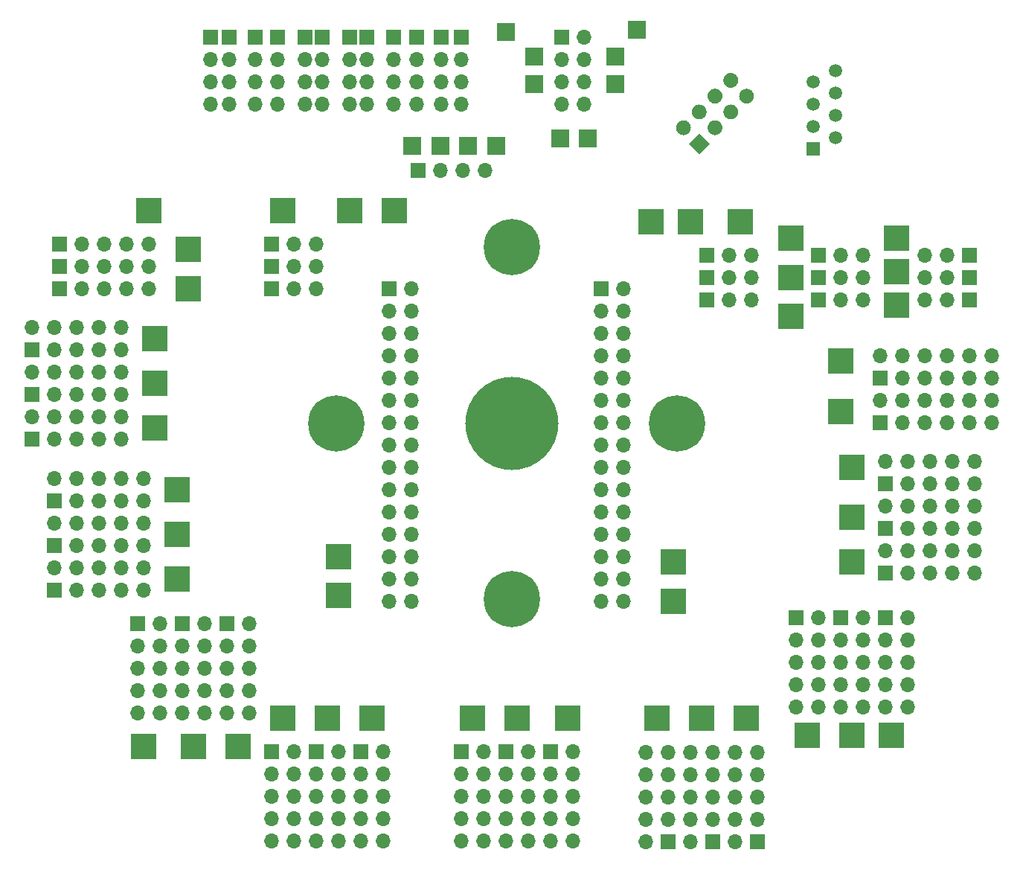
<source format=gbr>
%TF.GenerationSoftware,KiCad,Pcbnew,(5.1.9)-1*%
%TF.CreationDate,2021-04-12T23:14:19+02:00*%
%TF.ProjectId,Version1Male,56657273-696f-46e3-914d-616c652e6b69,rev?*%
%TF.SameCoordinates,Original*%
%TF.FileFunction,Soldermask,Bot*%
%TF.FilePolarity,Negative*%
%FSLAX46Y46*%
G04 Gerber Fmt 4.6, Leading zero omitted, Abs format (unit mm)*
G04 Created by KiCad (PCBNEW (5.1.9)-1) date 2021-04-12 23:14:19*
%MOMM*%
%LPD*%
G01*
G04 APERTURE LIST*
%ADD10R,3.000000X3.000000*%
%ADD11R,2.000000X2.000000*%
%ADD12O,1.700000X1.700000*%
%ADD13R,1.700000X1.700000*%
%ADD14C,6.400000*%
%ADD15C,1.500000*%
%ADD16R,1.500000X1.500000*%
%ADD17C,10.600000*%
%ADD18C,0.100000*%
G04 APERTURE END LIST*
D10*
%TO.C,TP43*%
X183515000Y-78105000D03*
%TD*%
%TO.C,TP42*%
X183515000Y-74295000D03*
%TD*%
%TO.C,TP41*%
X183515000Y-70485000D03*
%TD*%
%TO.C,TP40*%
X177165000Y-90170000D03*
%TD*%
%TO.C,TP39*%
X177165000Y-84455000D03*
%TD*%
%TO.C,TP38*%
X120015000Y-106680000D03*
%TD*%
%TO.C,TP38*%
X120015000Y-111125000D03*
%TD*%
%TO.C,TP37*%
X158115000Y-107315000D03*
%TD*%
%TO.C,TP37*%
X158115000Y-111760000D03*
%TD*%
%TO.C,TP36*%
X171450000Y-70485000D03*
%TD*%
%TO.C,TP35*%
X171450000Y-74930000D03*
%TD*%
%TO.C,TP34*%
X171450000Y-79375000D03*
%TD*%
%TO.C,TP33*%
X113665000Y-67310000D03*
%TD*%
%TO.C,TP32*%
X121285000Y-67310000D03*
%TD*%
%TO.C,TP31*%
X126365000Y-67310000D03*
%TD*%
%TO.C,TP30*%
X165735000Y-68580000D03*
%TD*%
%TO.C,TP29*%
X160020000Y-68580000D03*
%TD*%
%TO.C,TP28*%
X155575000Y-68580000D03*
%TD*%
%TO.C,TP27*%
X98425000Y-67310000D03*
%TD*%
%TO.C,TP26*%
X102870000Y-71755000D03*
%TD*%
%TO.C,TP25*%
X102870000Y-76200000D03*
%TD*%
%TO.C,TP24*%
X99060000Y-81915000D03*
%TD*%
%TO.C,TP23*%
X99060000Y-86995000D03*
%TD*%
%TO.C,TP22*%
X99060000Y-92075000D03*
%TD*%
%TO.C,TP21*%
X101600000Y-99060000D03*
%TD*%
%TO.C,TP20*%
X101600000Y-104140000D03*
%TD*%
%TO.C,TP19*%
X101600000Y-109220000D03*
%TD*%
%TO.C,TP18*%
X108585000Y-128270000D03*
%TD*%
%TO.C,TP17*%
X103505000Y-128270000D03*
%TD*%
%TO.C,TP16*%
X97790000Y-128270000D03*
%TD*%
%TO.C,TP15*%
X178435000Y-96520000D03*
%TD*%
%TO.C,TP14*%
X178435000Y-102235000D03*
%TD*%
%TO.C,TP13*%
X178435000Y-107315000D03*
%TD*%
%TO.C,TP12*%
X182880000Y-127000000D03*
%TD*%
%TO.C,TP11*%
X178435000Y-127000000D03*
%TD*%
%TO.C,TP10*%
X173355000Y-127000000D03*
%TD*%
%TO.C,TP9*%
X166370000Y-125095000D03*
%TD*%
%TO.C,TP8*%
X161290000Y-125095000D03*
%TD*%
%TO.C,TP7*%
X156210000Y-125095000D03*
%TD*%
%TO.C,TP6*%
X146050000Y-125095000D03*
%TD*%
%TO.C,TP5*%
X140335000Y-125095000D03*
%TD*%
%TO.C,TP4*%
X135255000Y-125095000D03*
%TD*%
%TO.C,TP3*%
X123825000Y-125095000D03*
%TD*%
%TO.C,TP2*%
X118745000Y-125095000D03*
%TD*%
%TO.C,TP1*%
X113665000Y-125095000D03*
%TD*%
D11*
%TO.C,TP44*%
X128397000Y-59944000D03*
%TD*%
D12*
%TO.C,J8*%
X105410000Y-55245000D03*
X105410000Y-52705000D03*
X105410000Y-50165000D03*
D13*
X105410000Y-47625000D03*
%TD*%
D12*
%TO.C,J13*%
X121285000Y-55245000D03*
X121285000Y-52705000D03*
X121285000Y-50165000D03*
D13*
X121285000Y-47625000D03*
%TD*%
D12*
%TO.C,J11*%
X116205000Y-55245000D03*
X116205000Y-52705000D03*
X116205000Y-50165000D03*
D13*
X116205000Y-47625000D03*
%TD*%
D12*
%TO.C,J10*%
X110490000Y-55245000D03*
X110490000Y-52705000D03*
X110490000Y-50165000D03*
D13*
X110490000Y-47625000D03*
%TD*%
D14*
%TO.C,REF\u002A\u002A*%
X139750000Y-71500000D03*
%TD*%
%TO.C,REF\u002A\u002A*%
X119750000Y-91500000D03*
%TD*%
%TO.C,REF\u002A\u002A*%
X139750000Y-111500000D03*
%TD*%
%TO.C,REF\u002A\u002A*%
X158500000Y-91500000D03*
%TD*%
D15*
%TO.C,J49*%
X176530000Y-53975000D03*
X176530000Y-51435000D03*
X176530000Y-59055000D03*
D16*
X173990000Y-60325000D03*
D15*
X173990000Y-52705000D03*
X176530000Y-56515000D03*
X173990000Y-55245000D03*
X173990000Y-57785000D03*
%TD*%
D17*
%TO.C,REF\u002A\u002A*%
X139750000Y-91500000D03*
%TD*%
D11*
%TO.C,TP55*%
X153924000Y-46736000D03*
%TD*%
%TO.C,TP54*%
X148377243Y-59070483D03*
%TD*%
%TO.C,TP53*%
X145202243Y-59070483D03*
%TD*%
%TO.C,TP52*%
X151511000Y-49784000D03*
%TD*%
%TO.C,TP51*%
X151511000Y-52959000D03*
%TD*%
%TO.C,TP50*%
X142240000Y-52959000D03*
%TD*%
%TO.C,TP49*%
X142240000Y-49784000D03*
%TD*%
%TO.C,TP48*%
X139065000Y-46990000D03*
%TD*%
%TO.C,TP47*%
X137922000Y-59944000D03*
%TD*%
%TO.C,TP46*%
X134747000Y-59944000D03*
%TD*%
%TO.C,TP45*%
X131572000Y-59944000D03*
%TD*%
D12*
%TO.C,J59*%
X147955000Y-55245000D03*
X145415000Y-55245000D03*
X147955000Y-52705000D03*
X145415000Y-52705000D03*
X147955000Y-50165000D03*
X145415000Y-50165000D03*
X147955000Y-47625000D03*
D13*
X145415000Y-47625000D03*
%TD*%
%TO.C,J58*%
G36*
G01*
X165229143Y-53106836D02*
X165229143Y-53106836D01*
G75*
G02*
X164027061Y-53106836I-601041J601041D01*
G01*
X164027061Y-53106836D01*
G75*
G02*
X164027061Y-51904754I601041J601041D01*
G01*
X164027061Y-51904754D01*
G75*
G02*
X165229143Y-51904754I601041J-601041D01*
G01*
X165229143Y-51904754D01*
G75*
G02*
X165229143Y-53106836I-601041J-601041D01*
G01*
G37*
G36*
G01*
X167025195Y-54902887D02*
X167025195Y-54902887D01*
G75*
G02*
X165823113Y-54902887I-601041J601041D01*
G01*
X165823113Y-54902887D01*
G75*
G02*
X165823113Y-53700805I601041J601041D01*
G01*
X165823113Y-53700805D01*
G75*
G02*
X167025195Y-53700805I601041J-601041D01*
G01*
X167025195Y-53700805D01*
G75*
G02*
X167025195Y-54902887I-601041J-601041D01*
G01*
G37*
G36*
G01*
X163433092Y-54902887D02*
X163433092Y-54902887D01*
G75*
G02*
X162231010Y-54902887I-601041J601041D01*
G01*
X162231010Y-54902887D01*
G75*
G02*
X162231010Y-53700805I601041J601041D01*
G01*
X162231010Y-53700805D01*
G75*
G02*
X163433092Y-53700805I601041J-601041D01*
G01*
X163433092Y-53700805D01*
G75*
G02*
X163433092Y-54902887I-601041J-601041D01*
G01*
G37*
G36*
G01*
X165229143Y-56698939D02*
X165229143Y-56698939D01*
G75*
G02*
X164027061Y-56698939I-601041J601041D01*
G01*
X164027061Y-56698939D01*
G75*
G02*
X164027061Y-55496857I601041J601041D01*
G01*
X164027061Y-55496857D01*
G75*
G02*
X165229143Y-55496857I601041J-601041D01*
G01*
X165229143Y-55496857D01*
G75*
G02*
X165229143Y-56698939I-601041J-601041D01*
G01*
G37*
G36*
G01*
X161637041Y-56698939D02*
X161637041Y-56698939D01*
G75*
G02*
X160434959Y-56698939I-601041J601041D01*
G01*
X160434959Y-56698939D01*
G75*
G02*
X160434959Y-55496857I601041J601041D01*
G01*
X160434959Y-55496857D01*
G75*
G02*
X161637041Y-55496857I601041J-601041D01*
G01*
X161637041Y-55496857D01*
G75*
G02*
X161637041Y-56698939I-601041J-601041D01*
G01*
G37*
G36*
G01*
X163433092Y-58494990D02*
X163433092Y-58494990D01*
G75*
G02*
X162231010Y-58494990I-601041J601041D01*
G01*
X162231010Y-58494990D01*
G75*
G02*
X162231010Y-57292908I601041J601041D01*
G01*
X162231010Y-57292908D01*
G75*
G02*
X163433092Y-57292908I601041J-601041D01*
G01*
X163433092Y-57292908D01*
G75*
G02*
X163433092Y-58494990I-601041J-601041D01*
G01*
G37*
G36*
G01*
X159840990Y-58494990D02*
X159840990Y-58494990D01*
G75*
G02*
X158638908Y-58494990I-601041J601041D01*
G01*
X158638908Y-58494990D01*
G75*
G02*
X158638908Y-57292908I601041J601041D01*
G01*
X158638908Y-57292908D01*
G75*
G02*
X159840990Y-57292908I601041J-601041D01*
G01*
X159840990Y-57292908D01*
G75*
G02*
X159840990Y-58494990I-601041J-601041D01*
G01*
G37*
D18*
G36*
X162238082Y-59690000D02*
G01*
X161036000Y-60892082D01*
X159833918Y-59690000D01*
X161036000Y-58487918D01*
X162238082Y-59690000D01*
G37*
%TD*%
D12*
%TO.C,J57*%
X186690000Y-77470000D03*
X189230000Y-77470000D03*
D13*
X191770000Y-77470000D03*
%TD*%
D12*
%TO.C,J56*%
X186690000Y-74930000D03*
X189230000Y-74930000D03*
D13*
X191770000Y-74930000D03*
%TD*%
D12*
%TO.C,J55*%
X165100000Y-128970000D03*
X167640000Y-128970000D03*
X165100000Y-131510000D03*
X167640000Y-131510000D03*
X165100000Y-134050000D03*
X167640000Y-134050000D03*
X165100000Y-136590000D03*
X167640000Y-136590000D03*
X165100000Y-139130000D03*
D13*
X167640000Y-139130000D03*
%TD*%
D12*
%TO.C,J54*%
X120015000Y-139065000D03*
X117475000Y-139065000D03*
X120015000Y-136525000D03*
X117475000Y-136525000D03*
X120015000Y-133985000D03*
X117475000Y-133985000D03*
X120015000Y-131445000D03*
X117475000Y-131445000D03*
X120015000Y-128905000D03*
D13*
X117475000Y-128905000D03*
%TD*%
D12*
%TO.C,J53*%
X114935000Y-139065000D03*
X112395000Y-139065000D03*
X114935000Y-136525000D03*
X112395000Y-136525000D03*
X114935000Y-133985000D03*
X112395000Y-133985000D03*
X114935000Y-131445000D03*
X112395000Y-131445000D03*
X114935000Y-128905000D03*
D13*
X112395000Y-128905000D03*
%TD*%
D12*
%TO.C,J52*%
X95250000Y-80645000D03*
X95250000Y-83185000D03*
X92710000Y-80645000D03*
X92710000Y-83185000D03*
X90170000Y-80645000D03*
X90170000Y-83185000D03*
X87630000Y-80645000D03*
X87630000Y-83185000D03*
X85090000Y-80645000D03*
D13*
X85090000Y-83185000D03*
%TD*%
D12*
%TO.C,J51*%
X95250000Y-85725000D03*
X95250000Y-88265000D03*
X92710000Y-85725000D03*
X92710000Y-88265000D03*
X90170000Y-85725000D03*
X90170000Y-88265000D03*
X87630000Y-85725000D03*
X87630000Y-88265000D03*
X85090000Y-85725000D03*
D13*
X85090000Y-88265000D03*
%TD*%
D12*
%TO.C,J50*%
X95250000Y-90805000D03*
X95250000Y-93345000D03*
X92710000Y-90805000D03*
X92710000Y-93345000D03*
X90170000Y-90805000D03*
X90170000Y-93345000D03*
X87630000Y-90805000D03*
X87630000Y-93345000D03*
X85090000Y-90805000D03*
D13*
X85090000Y-93345000D03*
%TD*%
D12*
%TO.C,J48*%
X97790000Y-97790000D03*
X97790000Y-100330000D03*
X95250000Y-97790000D03*
X95250000Y-100330000D03*
X92710000Y-97790000D03*
X92710000Y-100330000D03*
X90170000Y-97790000D03*
X90170000Y-100330000D03*
X87630000Y-97790000D03*
D13*
X87630000Y-100330000D03*
%TD*%
D12*
%TO.C,J47*%
X97790000Y-102870000D03*
X97790000Y-105410000D03*
X95250000Y-102870000D03*
X95250000Y-105410000D03*
X92710000Y-102870000D03*
X92710000Y-105410000D03*
X90170000Y-102870000D03*
X90170000Y-105410000D03*
X87630000Y-102870000D03*
D13*
X87630000Y-105410000D03*
%TD*%
D12*
%TO.C,J46*%
X97790000Y-107950000D03*
X97790000Y-110490000D03*
X95250000Y-107950000D03*
X95250000Y-110490000D03*
X92710000Y-107950000D03*
X92710000Y-110490000D03*
X90170000Y-107950000D03*
X90170000Y-110490000D03*
X87630000Y-107950000D03*
D13*
X87630000Y-110490000D03*
%TD*%
D12*
%TO.C,J45*%
X98425000Y-71120000D03*
X95885000Y-71120000D03*
X93345000Y-71120000D03*
X90805000Y-71120000D03*
D13*
X88265000Y-71120000D03*
%TD*%
D12*
%TO.C,J44*%
X109855000Y-124460000D03*
X107315000Y-124460000D03*
X109855000Y-121920000D03*
X107315000Y-121920000D03*
X109855000Y-119380000D03*
X107315000Y-119380000D03*
X109855000Y-116840000D03*
X107315000Y-116840000D03*
X109855000Y-114300000D03*
D13*
X107315000Y-114300000D03*
%TD*%
D12*
%TO.C,J43*%
X104775000Y-124460000D03*
X102235000Y-124460000D03*
X104775000Y-121920000D03*
X102235000Y-121920000D03*
X104775000Y-119380000D03*
X102235000Y-119380000D03*
X104775000Y-116840000D03*
X102235000Y-116840000D03*
X104775000Y-114300000D03*
D13*
X102235000Y-114300000D03*
%TD*%
D12*
%TO.C,J42*%
X99695000Y-124460000D03*
X97155000Y-124460000D03*
X99695000Y-121920000D03*
X97155000Y-121920000D03*
X99695000Y-119380000D03*
X97155000Y-119380000D03*
X99695000Y-116840000D03*
X97155000Y-116840000D03*
X99695000Y-114300000D03*
D13*
X97155000Y-114300000D03*
%TD*%
D12*
%TO.C,J41*%
X192405000Y-95885000D03*
X192405000Y-98425000D03*
X189865000Y-95885000D03*
X189865000Y-98425000D03*
X187325000Y-95885000D03*
X187325000Y-98425000D03*
X184785000Y-95885000D03*
X184785000Y-98425000D03*
X182245000Y-95885000D03*
D13*
X182245000Y-98425000D03*
%TD*%
D12*
%TO.C,J40*%
X192405000Y-100965000D03*
X192405000Y-103505000D03*
X189865000Y-100965000D03*
X189865000Y-103505000D03*
X187325000Y-100965000D03*
X187325000Y-103505000D03*
X184785000Y-100965000D03*
X184785000Y-103505000D03*
X182245000Y-100965000D03*
D13*
X182245000Y-103505000D03*
%TD*%
D12*
%TO.C,J39*%
X192405000Y-106045000D03*
X192405000Y-108585000D03*
X189865000Y-106045000D03*
X189865000Y-108585000D03*
X187325000Y-106045000D03*
X187325000Y-108585000D03*
X184785000Y-106045000D03*
X184785000Y-108585000D03*
X182245000Y-106045000D03*
D13*
X182245000Y-108585000D03*
%TD*%
D12*
%TO.C,J38*%
X184785000Y-123825000D03*
X182245000Y-123825000D03*
X184785000Y-121285000D03*
X182245000Y-121285000D03*
X184785000Y-118745000D03*
X182245000Y-118745000D03*
X184785000Y-116205000D03*
X182245000Y-116205000D03*
X184785000Y-113665000D03*
D13*
X182245000Y-113665000D03*
%TD*%
D12*
%TO.C,J37*%
X186690000Y-72390000D03*
X189230000Y-72390000D03*
D13*
X191770000Y-72390000D03*
%TD*%
D12*
%TO.C,J36*%
X179705000Y-72390000D03*
X177165000Y-72390000D03*
D13*
X174625000Y-72390000D03*
%TD*%
D12*
%TO.C,J35*%
X117475000Y-71120000D03*
X114935000Y-71120000D03*
D13*
X112395000Y-71120000D03*
%TD*%
D12*
%TO.C,J34*%
X167005000Y-72390000D03*
X164465000Y-72390000D03*
D13*
X161925000Y-72390000D03*
%TD*%
D12*
%TO.C,J33*%
X98425000Y-73660000D03*
X95885000Y-73660000D03*
X93345000Y-73660000D03*
X90805000Y-73660000D03*
D13*
X88265000Y-73660000D03*
%TD*%
D12*
%TO.C,J32*%
X179705000Y-123825000D03*
X177165000Y-123825000D03*
X179705000Y-121285000D03*
X177165000Y-121285000D03*
X179705000Y-118745000D03*
X177165000Y-118745000D03*
X179705000Y-116205000D03*
X177165000Y-116205000D03*
X179705000Y-113665000D03*
D13*
X177165000Y-113665000D03*
%TD*%
D12*
%TO.C,J31*%
X174625000Y-123825000D03*
X172085000Y-123825000D03*
X174625000Y-121285000D03*
X172085000Y-121285000D03*
X174625000Y-118745000D03*
X172085000Y-118745000D03*
X174625000Y-116205000D03*
X172085000Y-116205000D03*
X174625000Y-113665000D03*
D13*
X172085000Y-113665000D03*
%TD*%
D12*
%TO.C,J30*%
X160020000Y-128970000D03*
X162560000Y-128970000D03*
X160020000Y-131510000D03*
X162560000Y-131510000D03*
X160020000Y-134050000D03*
X162560000Y-134050000D03*
X160020000Y-136590000D03*
X162560000Y-136590000D03*
X160020000Y-139130000D03*
D13*
X162560000Y-139130000D03*
%TD*%
D12*
%TO.C,J29*%
X154940000Y-128970000D03*
X157480000Y-128970000D03*
X154940000Y-131510000D03*
X157480000Y-131510000D03*
X154940000Y-134050000D03*
X157480000Y-134050000D03*
X154940000Y-136590000D03*
X157480000Y-136590000D03*
X154940000Y-139130000D03*
D13*
X157480000Y-139130000D03*
%TD*%
D12*
%TO.C,J28*%
X146685000Y-139065000D03*
X144145000Y-139065000D03*
X146685000Y-136525000D03*
X144145000Y-136525000D03*
X146685000Y-133985000D03*
X144145000Y-133985000D03*
X146685000Y-131445000D03*
X144145000Y-131445000D03*
X146685000Y-128905000D03*
D13*
X144145000Y-128905000D03*
%TD*%
D12*
%TO.C,J27*%
X141605000Y-139065000D03*
X139065000Y-139065000D03*
X141605000Y-136525000D03*
X139065000Y-136525000D03*
X141605000Y-133985000D03*
X139065000Y-133985000D03*
X141605000Y-131445000D03*
X139065000Y-131445000D03*
X141605000Y-128905000D03*
D13*
X139065000Y-128905000D03*
%TD*%
D12*
%TO.C,J26*%
X136525000Y-139065000D03*
X133985000Y-139065000D03*
X136525000Y-136525000D03*
X133985000Y-136525000D03*
X136525000Y-133985000D03*
X133985000Y-133985000D03*
X136525000Y-131445000D03*
X133985000Y-131445000D03*
X136525000Y-128905000D03*
D13*
X133985000Y-128905000D03*
%TD*%
D12*
%TO.C,J25*%
X179705000Y-74930000D03*
X177165000Y-74930000D03*
D13*
X174625000Y-74930000D03*
%TD*%
D12*
%TO.C,J24*%
X117475000Y-73660000D03*
X114935000Y-73660000D03*
D13*
X112395000Y-73660000D03*
%TD*%
D12*
%TO.C,J23*%
X167005000Y-74930000D03*
X164465000Y-74930000D03*
D13*
X161925000Y-74930000D03*
%TD*%
D12*
%TO.C,J22*%
X98425000Y-76200000D03*
X95885000Y-76200000D03*
X93345000Y-76200000D03*
X90805000Y-76200000D03*
D13*
X88265000Y-76200000D03*
%TD*%
D12*
%TO.C,J21*%
X179705000Y-77470000D03*
X177165000Y-77470000D03*
D13*
X174625000Y-77470000D03*
%TD*%
D12*
%TO.C,J20*%
X117475000Y-76200000D03*
X114935000Y-76200000D03*
D13*
X112395000Y-76200000D03*
%TD*%
D12*
%TO.C,J19*%
X167005000Y-77470000D03*
X164465000Y-77470000D03*
D13*
X161925000Y-77470000D03*
%TD*%
D12*
%TO.C,J18*%
X125095000Y-139065000D03*
X122555000Y-139065000D03*
X125095000Y-136525000D03*
X122555000Y-136525000D03*
X125095000Y-133985000D03*
X122555000Y-133985000D03*
X125095000Y-131445000D03*
X122555000Y-131445000D03*
X125095000Y-128905000D03*
D13*
X122555000Y-128905000D03*
%TD*%
D12*
%TO.C,J17*%
X113030000Y-55245000D03*
X113030000Y-52705000D03*
X113030000Y-50165000D03*
D13*
X113030000Y-47625000D03*
%TD*%
D12*
%TO.C,J16*%
X131690000Y-55245000D03*
X131690000Y-52705000D03*
X131690000Y-50165000D03*
D13*
X131690000Y-47625000D03*
%TD*%
D12*
%TO.C,J15*%
X136652000Y-62738000D03*
X134112000Y-62738000D03*
X131572000Y-62738000D03*
D13*
X129032000Y-62738000D03*
%TD*%
D12*
%TO.C,J14*%
X107560000Y-55245000D03*
X107560000Y-52705000D03*
X107560000Y-50165000D03*
D13*
X107560000Y-47625000D03*
%TD*%
D12*
%TO.C,J12*%
X128905000Y-55245000D03*
X128905000Y-52705000D03*
X128905000Y-50165000D03*
D13*
X128905000Y-47625000D03*
%TD*%
D12*
%TO.C,J9*%
X133985000Y-55245000D03*
X133985000Y-52705000D03*
X133985000Y-50165000D03*
D13*
X133985000Y-47625000D03*
%TD*%
D12*
%TO.C,J7*%
X194310000Y-88900000D03*
X194310000Y-91440000D03*
X191770000Y-88900000D03*
X191770000Y-91440000D03*
X189230000Y-88900000D03*
X189230000Y-91440000D03*
X186690000Y-88900000D03*
X186690000Y-91440000D03*
X184150000Y-88900000D03*
X184150000Y-91440000D03*
X181610000Y-88900000D03*
D13*
X181610000Y-91440000D03*
%TD*%
D12*
%TO.C,J6*%
X123190000Y-55245000D03*
X123190000Y-52705000D03*
X123190000Y-50165000D03*
D13*
X123190000Y-47625000D03*
%TD*%
D12*
%TO.C,J5*%
X126225000Y-55195000D03*
X126225000Y-52655000D03*
X126225000Y-50115000D03*
D13*
X126225000Y-47575000D03*
%TD*%
D12*
%TO.C,J4*%
X118110000Y-55245000D03*
X118110000Y-52705000D03*
X118110000Y-50165000D03*
D13*
X118110000Y-47625000D03*
%TD*%
D12*
%TO.C,J3*%
X128270000Y-111760000D03*
X125730000Y-111760000D03*
X128270000Y-109220000D03*
X125730000Y-109220000D03*
X128270000Y-106680000D03*
X125730000Y-106680000D03*
X128270000Y-104140000D03*
X125730000Y-104140000D03*
X128270000Y-101600000D03*
X125730000Y-101600000D03*
X128270000Y-99060000D03*
X125730000Y-99060000D03*
X128270000Y-96520000D03*
X125730000Y-96520000D03*
X128270000Y-93980000D03*
X125730000Y-93980000D03*
X128270000Y-91440000D03*
X125730000Y-91440000D03*
X128270000Y-88900000D03*
X125730000Y-88900000D03*
X128270000Y-86360000D03*
X125730000Y-86360000D03*
X128270000Y-83820000D03*
X125730000Y-83820000D03*
X128270000Y-81280000D03*
X125730000Y-81280000D03*
X128270000Y-78740000D03*
X125730000Y-78740000D03*
X128270000Y-76200000D03*
D13*
X125730000Y-76200000D03*
%TD*%
D12*
%TO.C,J2*%
X194310000Y-83820000D03*
X194310000Y-86360000D03*
X191770000Y-83820000D03*
X191770000Y-86360000D03*
X189230000Y-83820000D03*
X189230000Y-86360000D03*
X186690000Y-83820000D03*
X186690000Y-86360000D03*
X184150000Y-83820000D03*
X184150000Y-86360000D03*
X181610000Y-83820000D03*
D13*
X181610000Y-86360000D03*
%TD*%
D12*
%TO.C,J1*%
X152400000Y-111760000D03*
X149860000Y-111760000D03*
X152400000Y-109220000D03*
X149860000Y-109220000D03*
X152400000Y-106680000D03*
X149860000Y-106680000D03*
X152400000Y-104140000D03*
X149860000Y-104140000D03*
X152400000Y-101600000D03*
X149860000Y-101600000D03*
X152400000Y-99060000D03*
X149860000Y-99060000D03*
X152400000Y-96520000D03*
X149860000Y-96520000D03*
X152400000Y-93980000D03*
X149860000Y-93980000D03*
X152400000Y-91440000D03*
X149860000Y-91440000D03*
X152400000Y-88900000D03*
X149860000Y-88900000D03*
X152400000Y-86360000D03*
X149860000Y-86360000D03*
X152400000Y-83820000D03*
X149860000Y-83820000D03*
X152400000Y-81280000D03*
X149860000Y-81280000D03*
X152400000Y-78740000D03*
X149860000Y-78740000D03*
X152400000Y-76200000D03*
D13*
X149860000Y-76200000D03*
%TD*%
M02*

</source>
